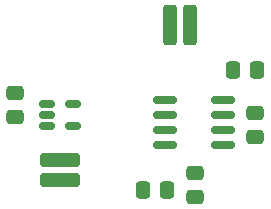
<source format=gbr>
%TF.GenerationSoftware,KiCad,Pcbnew,7.0.8-7.0.8~ubuntu22.04.1*%
%TF.CreationDate,2023-10-16T16:43:54-07:00*%
%TF.ProjectId,SolenoidDriver,536f6c65-6e6f-4696-9444-72697665722e,rev?*%
%TF.SameCoordinates,Original*%
%TF.FileFunction,Paste,Top*%
%TF.FilePolarity,Positive*%
%FSLAX46Y46*%
G04 Gerber Fmt 4.6, Leading zero omitted, Abs format (unit mm)*
G04 Created by KiCad (PCBNEW 7.0.8-7.0.8~ubuntu22.04.1) date 2023-10-16 16:43:54*
%MOMM*%
%LPD*%
G01*
G04 APERTURE LIST*
G04 Aperture macros list*
%AMRoundRect*
0 Rectangle with rounded corners*
0 $1 Rounding radius*
0 $2 $3 $4 $5 $6 $7 $8 $9 X,Y pos of 4 corners*
0 Add a 4 corners polygon primitive as box body*
4,1,4,$2,$3,$4,$5,$6,$7,$8,$9,$2,$3,0*
0 Add four circle primitives for the rounded corners*
1,1,$1+$1,$2,$3*
1,1,$1+$1,$4,$5*
1,1,$1+$1,$6,$7*
1,1,$1+$1,$8,$9*
0 Add four rect primitives between the rounded corners*
20,1,$1+$1,$2,$3,$4,$5,0*
20,1,$1+$1,$4,$5,$6,$7,0*
20,1,$1+$1,$6,$7,$8,$9,0*
20,1,$1+$1,$8,$9,$2,$3,0*%
G04 Aperture macros list end*
%ADD10RoundRect,0.250000X0.337500X1.450000X-0.337500X1.450000X-0.337500X-1.450000X0.337500X-1.450000X0*%
%ADD11RoundRect,0.250000X-1.450000X0.337500X-1.450000X-0.337500X1.450000X-0.337500X1.450000X0.337500X0*%
%ADD12RoundRect,0.250000X-0.475000X0.337500X-0.475000X-0.337500X0.475000X-0.337500X0.475000X0.337500X0*%
%ADD13RoundRect,0.250000X0.337500X0.475000X-0.337500X0.475000X-0.337500X-0.475000X0.337500X-0.475000X0*%
%ADD14RoundRect,0.250000X-0.337500X-0.475000X0.337500X-0.475000X0.337500X0.475000X-0.337500X0.475000X0*%
%ADD15RoundRect,0.150000X-0.825000X-0.150000X0.825000X-0.150000X0.825000X0.150000X-0.825000X0.150000X0*%
%ADD16RoundRect,0.150000X-0.512500X-0.150000X0.512500X-0.150000X0.512500X0.150000X-0.512500X0.150000X0*%
G04 APERTURE END LIST*
D10*
%TO.C,R2*%
X116407500Y-33560000D03*
X114732500Y-33560000D03*
%TD*%
D11*
%TO.C,R1*%
X105410000Y-44990000D03*
X105410000Y-46665000D03*
%TD*%
D12*
%TO.C,C5*%
X116840000Y-46060000D03*
X116840000Y-48135000D03*
%TD*%
D13*
%TO.C,C4*%
X114500000Y-47530000D03*
X112425000Y-47530000D03*
%TD*%
D12*
%TO.C,C3*%
X121920000Y-40980000D03*
X121920000Y-43055000D03*
%TD*%
D14*
%TO.C,C2*%
X120045000Y-37370000D03*
X122120000Y-37370000D03*
%TD*%
D12*
%TO.C,C1*%
X101600000Y-39305000D03*
X101600000Y-41380000D03*
%TD*%
D15*
%TO.C,U2*%
X114300000Y-39910000D03*
X114300000Y-41180000D03*
X114300000Y-42450000D03*
X114300000Y-43720000D03*
X119250000Y-43720000D03*
X119250000Y-42450000D03*
X119250000Y-41180000D03*
X119250000Y-39910000D03*
%TD*%
D16*
%TO.C,U1*%
X104272500Y-40230000D03*
X104272500Y-41180000D03*
X104272500Y-42130000D03*
X106547500Y-42130000D03*
X106547500Y-40230000D03*
%TD*%
M02*

</source>
